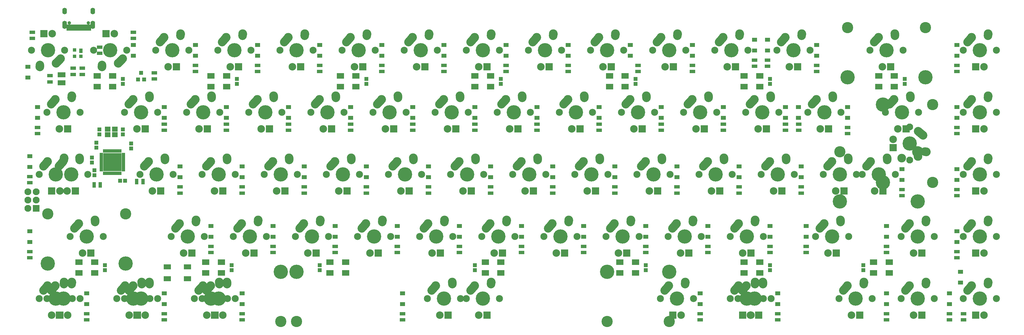
<source format=gbs>
G04 #@! TF.GenerationSoftware,KiCad,Pcbnew,(5.1.5)-3*
G04 #@! TF.CreationDate,2020-06-04T02:19:38-07:00*
G04 #@! TF.ProjectId,Voyager60,566f7961-6765-4723-9630-2e6b69636164,rev?*
G04 #@! TF.SameCoordinates,Original*
G04 #@! TF.FileFunction,Soldermask,Bot*
G04 #@! TF.FilePolarity,Negative*
%FSLAX46Y46*%
G04 Gerber Fmt 4.6, Leading zero omitted, Abs format (unit mm)*
G04 Created by KiCad (PCBNEW (5.1.5)-3) date 2020-06-04 02:19:38*
%MOMM*%
%LPD*%
G04 APERTURE LIST*
%ADD10C,2.150000*%
%ADD11R,2.305000X2.305000*%
%ADD12C,2.305000*%
%ADD13C,2.650000*%
%ADD14C,4.387800*%
%ADD15C,2.650000*%
%ADD16R,1.800000X1.600000*%
%ADD17R,1.700000X1.100000*%
%ADD18R,1.100000X1.700000*%
%ADD19R,1.600000X1.300000*%
%ADD20R,1.150000X1.200000*%
%ADD21R,1.200000X1.150000*%
%ADD22C,3.448000*%
%ADD23R,1.000000X1.850000*%
%ADD24R,0.700000X1.850000*%
%ADD25C,1.050000*%
%ADD26O,1.400000X2.500000*%
%ADD27O,1.400000X2.000000*%
%ADD28C,2.101800*%
%ADD29C,2.100000*%
%ADD30R,2.100000X2.100000*%
%ADD31R,2.430000X1.540000*%
%ADD32R,1.200000X1.300000*%
%ADD33R,1.100000X1.000000*%
%ADD34R,1.100000X1.400000*%
%ADD35R,1.687500X1.687500*%
%ADD36R,0.650000X1.100000*%
%ADD37R,1.100000X0.650000*%
%ADD38R,2.200000X1.500000*%
%ADD39R,2.200000X1.800000*%
G04 APERTURE END LIST*
D10*
X322580000Y-50800000D03*
X312420000Y-50800000D03*
D11*
X316230000Y-55880000D03*
D12*
X318770000Y-55880000D03*
D13*
X315000000Y-46800000D03*
D14*
X317500000Y-50800000D03*
D15*
X313690000Y-48260000D02*
X315000002Y-46800000D01*
D13*
X320040000Y-45720000D03*
D15*
X320000000Y-46300000D02*
X320040000Y-45720000D01*
D10*
X322580000Y-107950000D03*
X312420000Y-107950000D03*
D11*
X316230000Y-113030000D03*
D12*
X318770000Y-113030000D03*
D13*
X315000000Y-103950000D03*
D14*
X317500000Y-107950000D03*
D15*
X313690000Y-105410000D02*
X315000002Y-103950000D01*
D13*
X320040000Y-102870000D03*
D15*
X320000000Y-103450000D02*
X320040000Y-102870000D01*
D10*
X322580000Y-88900000D03*
X312420000Y-88900000D03*
D11*
X316230000Y-93980000D03*
D12*
X318770000Y-93980000D03*
D13*
X315000000Y-84900000D03*
D14*
X317500000Y-88900000D03*
D15*
X313690000Y-86360000D02*
X315000002Y-84900000D01*
D13*
X320040000Y-83820000D03*
D15*
X320000000Y-84400000D02*
X320040000Y-83820000D01*
D10*
X322580000Y-69850000D03*
X312420000Y-69850000D03*
D11*
X316230000Y-74930000D03*
D12*
X318770000Y-74930000D03*
D13*
X315000000Y-65850000D03*
D14*
X317500000Y-69850000D03*
D15*
X313690000Y-67310000D02*
X315000002Y-65850000D01*
D13*
X320040000Y-64770000D03*
D15*
X320000000Y-65350000D02*
X320040000Y-64770000D01*
D10*
X322580000Y-31750000D03*
X312420000Y-31750000D03*
D11*
X316230000Y-36830000D03*
D12*
X318770000Y-36830000D03*
D13*
X315000000Y-27750000D03*
D14*
X317500000Y-31750000D03*
D15*
X313690000Y-29210000D02*
X315000002Y-27750000D01*
D13*
X320040000Y-26670000D03*
D15*
X320000000Y-27250000D02*
X320040000Y-26670000D01*
D16*
X52281000Y-55919000D03*
X50081000Y-55919000D03*
X50081000Y-57619000D03*
X52281000Y-57619000D03*
D17*
X312550000Y-114470000D03*
X312550000Y-112570000D03*
X47625000Y-32700000D03*
X47625000Y-30800000D03*
X32385000Y-41431250D03*
X32385000Y-39531250D03*
X91281250Y-114456250D03*
X91281250Y-112556250D03*
D18*
X60894000Y-72009000D03*
X58994000Y-72009000D03*
X47781250Y-73025000D03*
X45881250Y-73025000D03*
D17*
X64389000Y-40574000D03*
X64389000Y-38674000D03*
X42291000Y-39177000D03*
X42291000Y-37277000D03*
X39497000Y-39177000D03*
X39497000Y-37277000D03*
X310492500Y-95406250D03*
X310492500Y-93506250D03*
X308212500Y-114456250D03*
X308212500Y-112556250D03*
X255587500Y-114456250D03*
X255587500Y-112556250D03*
X231775000Y-114456250D03*
X231775000Y-112556250D03*
X310492500Y-76356250D03*
X310492500Y-74456250D03*
X140493750Y-114456250D03*
X140493750Y-112556250D03*
X67468750Y-114456250D03*
X67468750Y-112556250D03*
X43656250Y-114456250D03*
X43656250Y-112556250D03*
X310492500Y-57306250D03*
X310492500Y-55406250D03*
X288925000Y-93818750D03*
X288925000Y-91918750D03*
X264318750Y-93818750D03*
X264318750Y-91918750D03*
X253206250Y-93818750D03*
X253206250Y-91918750D03*
X234156250Y-93818750D03*
X234156250Y-91918750D03*
X215106250Y-93818750D03*
X215106250Y-91918750D03*
X196056250Y-93818750D03*
X196056250Y-91918750D03*
X177006250Y-93818750D03*
X177006250Y-91918750D03*
X157956250Y-93818750D03*
X157956250Y-91918750D03*
X138906250Y-93818750D03*
X138906250Y-91918750D03*
X119856250Y-93818750D03*
X119856250Y-91918750D03*
X100806250Y-93818750D03*
X100806250Y-91918750D03*
X81756250Y-93818750D03*
X81756250Y-91918750D03*
X26193750Y-95406250D03*
X26193750Y-93506250D03*
X293687500Y-74456250D03*
X293687500Y-76356250D03*
X262731250Y-75562500D03*
X262731250Y-73662500D03*
X243681250Y-75562500D03*
X243681250Y-73662500D03*
X224631250Y-75562500D03*
X224631250Y-73662500D03*
X205581250Y-75562500D03*
X205581250Y-73662500D03*
X186531250Y-75562500D03*
X186531250Y-73662500D03*
X167481250Y-75562500D03*
X167481250Y-73662500D03*
X148431250Y-73662500D03*
X148431250Y-75562500D03*
X129381250Y-75562500D03*
X129381250Y-73662500D03*
X110331250Y-75562500D03*
X110331250Y-73662500D03*
X91281250Y-75562500D03*
X91281250Y-73662500D03*
X72231250Y-75562500D03*
X72231250Y-73662500D03*
X26193750Y-72387500D03*
X26193750Y-70487500D03*
X288900000Y-114456250D03*
X288900000Y-112556250D03*
X277018750Y-57306250D03*
X277018750Y-55406250D03*
X261968750Y-56306250D03*
X261968750Y-54406250D03*
X257968750Y-56306250D03*
X257968750Y-54406250D03*
X238918750Y-56306250D03*
X238918750Y-54406250D03*
X219868750Y-56306250D03*
X219868750Y-54406250D03*
X200818750Y-56306250D03*
X200818750Y-54406250D03*
X181768750Y-56306250D03*
X181768750Y-54406250D03*
X162718750Y-56306250D03*
X162718750Y-54406250D03*
X143668750Y-56306250D03*
X143668750Y-54406250D03*
X124618750Y-56306250D03*
X124618750Y-54406250D03*
X105568750Y-56306250D03*
X105568750Y-54406250D03*
X86518750Y-56306250D03*
X86518750Y-54406250D03*
X67468750Y-56306250D03*
X67468750Y-54406250D03*
X28575000Y-55406250D03*
X28575000Y-57306250D03*
X310492500Y-38256250D03*
X310492500Y-36356250D03*
X267493750Y-38256250D03*
X267493750Y-36356250D03*
X252412500Y-36668750D03*
X252412500Y-34768750D03*
X248443750Y-36668750D03*
X248443750Y-34768750D03*
X229393750Y-38256250D03*
X229393750Y-36356250D03*
X212725000Y-38256250D03*
X212725000Y-36356250D03*
X191293750Y-38256250D03*
X191293750Y-36356250D03*
X172243750Y-38256250D03*
X172243750Y-36356250D03*
X153193750Y-38256250D03*
X153193750Y-36356250D03*
X134143750Y-38256250D03*
X134143750Y-36356250D03*
X115093750Y-38256250D03*
X115093750Y-36356250D03*
X96043750Y-38256250D03*
X96043750Y-36356250D03*
X76993750Y-38256250D03*
X76993750Y-36356250D03*
X57974000Y-26228000D03*
X57974000Y-28128000D03*
X26924000Y-26228000D03*
X26924000Y-28128000D03*
D19*
X311630000Y-103050000D03*
X311630000Y-99750000D03*
X91281250Y-109600000D03*
X91281250Y-106300000D03*
X310492500Y-90556250D03*
X310492500Y-87256250D03*
X308212500Y-109600000D03*
X308212500Y-106300000D03*
X255587500Y-109600000D03*
X255587500Y-106300000D03*
X231775000Y-109600000D03*
X231775000Y-106300000D03*
X310492500Y-71506250D03*
X310492500Y-68206250D03*
X140493750Y-109600000D03*
X140493750Y-106300000D03*
X67468750Y-109600000D03*
X67468750Y-106300000D03*
X43656250Y-109600000D03*
X43656250Y-106300000D03*
X310492500Y-52456250D03*
X310492500Y-49156250D03*
X288925000Y-88962500D03*
X288925000Y-85662500D03*
X264318750Y-88962500D03*
X264318750Y-85662500D03*
X253206250Y-88962500D03*
X253206250Y-85662500D03*
X234156250Y-88962500D03*
X234156250Y-85662500D03*
X215106250Y-88962500D03*
X215106250Y-85662500D03*
X196056250Y-88962500D03*
X196056250Y-85662500D03*
X177006250Y-88962500D03*
X177006250Y-85662500D03*
X157956250Y-88962500D03*
X157956250Y-85662500D03*
X138906250Y-88962500D03*
X138906250Y-85662500D03*
X119856250Y-88962500D03*
X119856250Y-85662500D03*
X100806250Y-88962500D03*
X100806250Y-85662500D03*
X81756250Y-88962500D03*
X81756250Y-85662500D03*
X26193750Y-90550000D03*
X26193750Y-87250000D03*
X293687500Y-71500000D03*
X293687500Y-68200000D03*
X262731250Y-70706250D03*
X262731250Y-67406250D03*
X243681250Y-70706250D03*
X243681250Y-67406250D03*
X224631250Y-70706250D03*
X224631250Y-67406250D03*
X205581250Y-70706250D03*
X205581250Y-67406250D03*
X186531250Y-70706250D03*
X186531250Y-67406250D03*
X167481250Y-70706250D03*
X167481250Y-67406250D03*
X148431250Y-67406250D03*
X148431250Y-70706250D03*
X129381250Y-70706250D03*
X129381250Y-67406250D03*
X110331250Y-70706250D03*
X110331250Y-67406250D03*
X91281250Y-70706250D03*
X91281250Y-67406250D03*
X72231250Y-70706250D03*
X72231250Y-67406250D03*
X26193750Y-64231250D03*
X26193750Y-67531250D03*
X288900000Y-109600000D03*
X288900000Y-106300000D03*
X277018750Y-52450000D03*
X277018750Y-49150000D03*
X261937500Y-52450000D03*
X261937500Y-49150000D03*
X257968750Y-52450000D03*
X257968750Y-49150000D03*
X238918750Y-52450000D03*
X238918750Y-49150000D03*
X219868750Y-52450000D03*
X219868750Y-49150000D03*
X200818750Y-52450000D03*
X200818750Y-49150000D03*
X181768750Y-52450000D03*
X181768750Y-49150000D03*
X162718750Y-52450000D03*
X162718750Y-49150000D03*
X143668750Y-52450000D03*
X143668750Y-49150000D03*
X124618750Y-52450000D03*
X124618750Y-49150000D03*
X105568750Y-52450000D03*
X105568750Y-49150000D03*
X86518750Y-52450000D03*
X86518750Y-49150000D03*
X67468750Y-52450000D03*
X67468750Y-49150000D03*
X28575000Y-52450000D03*
X28575000Y-49150000D03*
X310492500Y-33406250D03*
X310492500Y-30106250D03*
X267493750Y-33400000D03*
X267493750Y-30100000D03*
X252412500Y-31812500D03*
X252412500Y-28512500D03*
X248443750Y-31812500D03*
X248443750Y-28512500D03*
X229393750Y-33400000D03*
X229393750Y-30100000D03*
X210343750Y-33400000D03*
X210343750Y-30100000D03*
X191293750Y-33400000D03*
X191293750Y-30100000D03*
X172243750Y-33400000D03*
X172243750Y-30100000D03*
X153193750Y-33400000D03*
X153193750Y-30100000D03*
X134143750Y-33400000D03*
X134143750Y-30100000D03*
X115093750Y-33400000D03*
X115093750Y-30100000D03*
X96043750Y-33400000D03*
X96043750Y-30100000D03*
X76993750Y-33400000D03*
X76993750Y-30100000D03*
X57943750Y-33400000D03*
X57943750Y-30100000D03*
X25610000Y-40130000D03*
X25610000Y-36830000D03*
D20*
X49212500Y-97675000D03*
X49212500Y-99175000D03*
X88106250Y-97675000D03*
X88106250Y-99175000D03*
X115093750Y-97675000D03*
X115093750Y-99175000D03*
X162718750Y-97675000D03*
X162718750Y-99175000D03*
X215106250Y-97675000D03*
X215106250Y-99175000D03*
X253206250Y-97675000D03*
X253206250Y-99175000D03*
X281781250Y-97675000D03*
X281781250Y-99175000D03*
X294481250Y-40525000D03*
X294481250Y-42025000D03*
X253206250Y-40525000D03*
X253206250Y-42025000D03*
X211931250Y-40525000D03*
X211931250Y-42025000D03*
X170656250Y-40525000D03*
X170656250Y-42025000D03*
X129381250Y-40525000D03*
X129381250Y-42025000D03*
X89693750Y-40525000D03*
X89693750Y-42025000D03*
X47498000Y-57519000D03*
X47498000Y-56019000D03*
X54737000Y-56019000D03*
X54737000Y-57519000D03*
X45212000Y-66155000D03*
X45212000Y-64655000D03*
D21*
X55423500Y-71786750D03*
X53923500Y-71786750D03*
D20*
X46609000Y-61583000D03*
X46609000Y-60083000D03*
X57277000Y-61837000D03*
X57277000Y-60337000D03*
X45974000Y-68592000D03*
X45974000Y-70092000D03*
X54768750Y-40525000D03*
X54768750Y-42025000D03*
D14*
X222250000Y-99695000D03*
X107950000Y-99695000D03*
D22*
X222250000Y-114935000D03*
X107950000Y-114935000D03*
D10*
X170180000Y-107950000D03*
X160020000Y-107950000D03*
D11*
X166370000Y-113030000D03*
D12*
X163830000Y-113030000D03*
D13*
X162600000Y-103950000D03*
D14*
X165100000Y-107950000D03*
D15*
X161290000Y-105410000D02*
X162600002Y-103950000D01*
D13*
X167640000Y-102870000D03*
D15*
X167600000Y-103450000D02*
X167640000Y-102870000D01*
D10*
X260667500Y-69850000D03*
X250507500Y-69850000D03*
D11*
X256857500Y-74930000D03*
D12*
X254317500Y-74930000D03*
D13*
X253087500Y-65850000D03*
D14*
X255587500Y-69850000D03*
D15*
X251777500Y-67310000D02*
X253087502Y-65850000D01*
D13*
X258127500Y-64770000D03*
D15*
X258087500Y-65350000D02*
X258127500Y-64770000D01*
D23*
X44442600Y-24822500D03*
X37992600Y-24822500D03*
X43667600Y-24822500D03*
X38767600Y-24822500D03*
D24*
X39467600Y-24822500D03*
X42967600Y-24822500D03*
X39967600Y-24822500D03*
X42467600Y-24822500D03*
X40467600Y-24822500D03*
X41967600Y-24822500D03*
X41467600Y-24822500D03*
X40967600Y-24822500D03*
D25*
X44107600Y-23377500D03*
X38327600Y-23377500D03*
D26*
X36897600Y-23907500D03*
X45537600Y-23907500D03*
D27*
X36897600Y-19727500D03*
X45537600Y-19727500D03*
D15*
X62825000Y-46300000D02*
X62865000Y-45720000D01*
D13*
X62865000Y-45720000D03*
D15*
X56515000Y-48260000D02*
X57825002Y-46800000D01*
D14*
X60325000Y-50800000D03*
D13*
X57825000Y-46800000D03*
D12*
X59055000Y-55880000D03*
D11*
X61595000Y-55880000D03*
D10*
X55245000Y-50800000D03*
X65405000Y-50800000D03*
D14*
X287813750Y-48387000D03*
X287813750Y-72263000D03*
D22*
X303053750Y-48387000D03*
X303053750Y-72263000D03*
D13*
X293568750Y-64825000D03*
X298568750Y-64325000D03*
D28*
X296068750Y-65405000D03*
X296068750Y-55245000D03*
D12*
X290988750Y-59055000D03*
D11*
X290988750Y-61595000D03*
D13*
X300068750Y-57825000D03*
D14*
X296068750Y-60325000D03*
D15*
X298608750Y-56515000D02*
X300068758Y-57824990D01*
D13*
X301148750Y-62865000D03*
D15*
X300568750Y-62825000D02*
X301148750Y-62864998D01*
X300950000Y-103450000D02*
X300990000Y-102870000D01*
D13*
X300990000Y-102870000D03*
D15*
X294640000Y-105410000D02*
X295950002Y-103950000D01*
D14*
X298450000Y-107950000D03*
D13*
X295950000Y-103950000D03*
D12*
X297180000Y-113030000D03*
D11*
X299720000Y-113030000D03*
D10*
X293370000Y-107950000D03*
X303530000Y-107950000D03*
D15*
X281900000Y-103450000D02*
X281940000Y-102870000D01*
D13*
X281940000Y-102870000D03*
D15*
X275590000Y-105410000D02*
X276900002Y-103950000D01*
D14*
X279400000Y-107950000D03*
D13*
X276900000Y-103950000D03*
D12*
X278130000Y-113030000D03*
D11*
X280670000Y-113030000D03*
D10*
X274320000Y-107950000D03*
X284480000Y-107950000D03*
D15*
X300950000Y-84400000D02*
X300990000Y-83820000D01*
D13*
X300990000Y-83820000D03*
D15*
X294640000Y-86360000D02*
X295950002Y-84900000D01*
D14*
X298450000Y-88900000D03*
D13*
X295950000Y-84900000D03*
D12*
X297180000Y-93980000D03*
D11*
X299720000Y-93980000D03*
D10*
X293370000Y-88900000D03*
X303530000Y-88900000D03*
D29*
X25580000Y-75160000D03*
X28120000Y-75160000D03*
X25580000Y-77700000D03*
X28120000Y-77700000D03*
X25580000Y-80240000D03*
D30*
X28120000Y-80240000D03*
D14*
X300863000Y-40005000D03*
X276987000Y-40005000D03*
D22*
X300863000Y-24765000D03*
X276987000Y-24765000D03*
D10*
X294005000Y-31750000D03*
X283845000Y-31750000D03*
D11*
X290195000Y-36830000D03*
D12*
X287655000Y-36830000D03*
D13*
X286425000Y-27750000D03*
D14*
X288925000Y-31750000D03*
D15*
X285115000Y-29210000D02*
X286425002Y-27750000D01*
D13*
X291465000Y-26670000D03*
D15*
X291425000Y-27250000D02*
X291465000Y-26670000D01*
D14*
X203193650Y-99695000D03*
X103193850Y-99695000D03*
D22*
X203193650Y-114935000D03*
X103193850Y-114935000D03*
D10*
X158273750Y-107950000D03*
X148113750Y-107950000D03*
D11*
X154463750Y-113030000D03*
D12*
X151923750Y-113030000D03*
D13*
X150693750Y-103950000D03*
D14*
X153193750Y-107950000D03*
D15*
X149383750Y-105410000D02*
X150693752Y-103950000D01*
D13*
X155733750Y-102870000D03*
D15*
X155693750Y-103450000D02*
X155733750Y-102870000D01*
D31*
X35941000Y-39281250D03*
X35941000Y-41681250D03*
D32*
X60325000Y-38687500D03*
X59375000Y-40687500D03*
X61275000Y-40687500D03*
D33*
X39894000Y-33589000D03*
X41894000Y-33589000D03*
X39894000Y-31689000D03*
D34*
X41894000Y-31889000D03*
D35*
X49573559Y-67995403D03*
X49573559Y-66707903D03*
X49573559Y-65420403D03*
X49573559Y-64132903D03*
X50861059Y-67995403D03*
X50861059Y-66707903D03*
X50861059Y-65420403D03*
X50861059Y-64132903D03*
X52148559Y-67995403D03*
X52148559Y-66707903D03*
X52148559Y-65420403D03*
X52148559Y-64132903D03*
X53436059Y-67995403D03*
X53436059Y-66707903D03*
X53436059Y-65420403D03*
X53436059Y-64132903D03*
D36*
X49004809Y-69464153D03*
X49504809Y-69464153D03*
X50004809Y-69464153D03*
X50504809Y-69464153D03*
X51004809Y-69464153D03*
X51504809Y-69464153D03*
X52004809Y-69464153D03*
X52504809Y-69464153D03*
X53004809Y-69464153D03*
X53504809Y-69464153D03*
X54004809Y-69464153D03*
D37*
X54904809Y-68564153D03*
X54904809Y-68064153D03*
X54904809Y-67564153D03*
X54904809Y-67064153D03*
X54904809Y-66564153D03*
X54904809Y-66064153D03*
X54904809Y-65564153D03*
X54904809Y-65064153D03*
X54904809Y-64564153D03*
X54904809Y-64064153D03*
X54904809Y-63564153D03*
D36*
X54004809Y-62664153D03*
X53504809Y-62664153D03*
X53004809Y-62664153D03*
X52504809Y-62664153D03*
X52004809Y-62664153D03*
X51504809Y-62664153D03*
X51004809Y-62664153D03*
X50504809Y-62664153D03*
X50004809Y-62664153D03*
X49504809Y-62664153D03*
X49004809Y-62664153D03*
D37*
X48104809Y-63564153D03*
X48104809Y-64064153D03*
X48104809Y-64564153D03*
X48104809Y-65064153D03*
X48104809Y-65564153D03*
X48104809Y-66064153D03*
X48104809Y-66564153D03*
X48104809Y-67064153D03*
X48104809Y-67564153D03*
X48104809Y-68064153D03*
X48104809Y-68564153D03*
D38*
X68337500Y-98162500D03*
X74537500Y-101862500D03*
X68337500Y-101862500D03*
X74537500Y-98162500D03*
D10*
X213042500Y-88900000D03*
X202882500Y-88900000D03*
D11*
X209232500Y-93980000D03*
D12*
X206692500Y-93980000D03*
D13*
X205462500Y-84900000D03*
D14*
X207962500Y-88900000D03*
D15*
X204152500Y-86360000D02*
X205462502Y-84900000D01*
D13*
X210502500Y-83820000D03*
D15*
X210462500Y-84400000D02*
X210502500Y-83820000D01*
D10*
X232092500Y-88900000D03*
X221932500Y-88900000D03*
D11*
X228282500Y-93980000D03*
D12*
X225742500Y-93980000D03*
D13*
X224512500Y-84900000D03*
D14*
X227012500Y-88900000D03*
D15*
X223202500Y-86360000D02*
X224512502Y-84900000D01*
D13*
X229552500Y-83820000D03*
D15*
X229512500Y-84400000D02*
X229552500Y-83820000D01*
X48300000Y-36250000D02*
X48260000Y-36830000D01*
D13*
X48260000Y-36830000D03*
D15*
X54610000Y-34290000D02*
X53299998Y-35750000D01*
D14*
X50800000Y-31750000D03*
D13*
X53300000Y-35750000D03*
D12*
X52070000Y-26670000D03*
D11*
X49530000Y-26670000D03*
D10*
X55880000Y-31750000D03*
X45720000Y-31750000D03*
D15*
X72350000Y-27250000D02*
X72390000Y-26670000D01*
D13*
X72390000Y-26670000D03*
D15*
X66040000Y-29210000D02*
X67350002Y-27750000D01*
D14*
X69850000Y-31750000D03*
D13*
X67350000Y-27750000D03*
D12*
X68580000Y-36830000D03*
D11*
X71120000Y-36830000D03*
D10*
X64770000Y-31750000D03*
X74930000Y-31750000D03*
D15*
X91400000Y-27250000D02*
X91440000Y-26670000D01*
D13*
X91440000Y-26670000D03*
D15*
X85090000Y-29210000D02*
X86400002Y-27750000D01*
D14*
X88900000Y-31750000D03*
D13*
X86400000Y-27750000D03*
D12*
X87630000Y-36830000D03*
D11*
X90170000Y-36830000D03*
D10*
X83820000Y-31750000D03*
X93980000Y-31750000D03*
D15*
X110450000Y-27250000D02*
X110490000Y-26670000D01*
D13*
X110490000Y-26670000D03*
D15*
X104140000Y-29210000D02*
X105450002Y-27750000D01*
D14*
X107950000Y-31750000D03*
D13*
X105450000Y-27750000D03*
D12*
X106680000Y-36830000D03*
D11*
X109220000Y-36830000D03*
D10*
X102870000Y-31750000D03*
X113030000Y-31750000D03*
D15*
X129500000Y-27250000D02*
X129540000Y-26670000D01*
D13*
X129540000Y-26670000D03*
D15*
X123190000Y-29210000D02*
X124500002Y-27750000D01*
D14*
X127000000Y-31750000D03*
D13*
X124500000Y-27750000D03*
D12*
X125730000Y-36830000D03*
D11*
X128270000Y-36830000D03*
D10*
X121920000Y-31750000D03*
X132080000Y-31750000D03*
D15*
X148550000Y-27250000D02*
X148590000Y-26670000D01*
D13*
X148590000Y-26670000D03*
D15*
X142240000Y-29210000D02*
X143550002Y-27750000D01*
D14*
X146050000Y-31750000D03*
D13*
X143550000Y-27750000D03*
D12*
X144780000Y-36830000D03*
D11*
X147320000Y-36830000D03*
D10*
X140970000Y-31750000D03*
X151130000Y-31750000D03*
D15*
X167600000Y-27250000D02*
X167640000Y-26670000D01*
D13*
X167640000Y-26670000D03*
D15*
X161290000Y-29210000D02*
X162600002Y-27750000D01*
D14*
X165100000Y-31750000D03*
D13*
X162600000Y-27750000D03*
D12*
X163830000Y-36830000D03*
D11*
X166370000Y-36830000D03*
D10*
X160020000Y-31750000D03*
X170180000Y-31750000D03*
X189230000Y-31750000D03*
X179070000Y-31750000D03*
D11*
X185420000Y-36830000D03*
D12*
X182880000Y-36830000D03*
D13*
X181650000Y-27750000D03*
D14*
X184150000Y-31750000D03*
D15*
X180340000Y-29210000D02*
X181650002Y-27750000D01*
D13*
X186690000Y-26670000D03*
D15*
X186650000Y-27250000D02*
X186690000Y-26670000D01*
X205700000Y-27250000D02*
X205740000Y-26670000D01*
D13*
X205740000Y-26670000D03*
D15*
X199390000Y-29210000D02*
X200700002Y-27750000D01*
D14*
X203200000Y-31750000D03*
D13*
X200700000Y-27750000D03*
D12*
X201930000Y-36830000D03*
D11*
X204470000Y-36830000D03*
D10*
X198120000Y-31750000D03*
X208280000Y-31750000D03*
X227330000Y-31750000D03*
X217170000Y-31750000D03*
D11*
X223520000Y-36830000D03*
D12*
X220980000Y-36830000D03*
D13*
X219750000Y-27750000D03*
D14*
X222250000Y-31750000D03*
D15*
X218440000Y-29210000D02*
X219750002Y-27750000D01*
D13*
X224790000Y-26670000D03*
D15*
X224750000Y-27250000D02*
X224790000Y-26670000D01*
D10*
X246380000Y-31750000D03*
X236220000Y-31750000D03*
D11*
X242570000Y-36830000D03*
D12*
X240030000Y-36830000D03*
D13*
X238800000Y-27750000D03*
D14*
X241300000Y-31750000D03*
D15*
X237490000Y-29210000D02*
X238800002Y-27750000D01*
D13*
X243840000Y-26670000D03*
D15*
X243800000Y-27250000D02*
X243840000Y-26670000D01*
D10*
X251142500Y-88900000D03*
X240982500Y-88900000D03*
D11*
X247332500Y-93980000D03*
D12*
X244792500Y-93980000D03*
D13*
X243562500Y-84900000D03*
D14*
X246062500Y-88900000D03*
D15*
X242252500Y-86360000D02*
X243562502Y-84900000D01*
D13*
X248602500Y-83820000D03*
D15*
X248562500Y-84400000D02*
X248602500Y-83820000D01*
D10*
X241617500Y-69850000D03*
X231457500Y-69850000D03*
D11*
X237807500Y-74930000D03*
D12*
X235267500Y-74930000D03*
D13*
X234037500Y-65850000D03*
D14*
X236537500Y-69850000D03*
D15*
X232727500Y-67310000D02*
X234037502Y-65850000D01*
D13*
X239077500Y-64770000D03*
D15*
X239037500Y-65350000D02*
X239077500Y-64770000D01*
D10*
X265430000Y-31750000D03*
X255270000Y-31750000D03*
D11*
X261620000Y-36830000D03*
D12*
X259080000Y-36830000D03*
D13*
X257850000Y-27750000D03*
D14*
X260350000Y-31750000D03*
D15*
X256540000Y-29210000D02*
X257850002Y-27750000D01*
D13*
X262890000Y-26670000D03*
D15*
X262850000Y-27250000D02*
X262890000Y-26670000D01*
D10*
X255905000Y-50800000D03*
X245745000Y-50800000D03*
D11*
X252095000Y-55880000D03*
D12*
X249555000Y-55880000D03*
D13*
X248325000Y-46800000D03*
D14*
X250825000Y-50800000D03*
D15*
X247015000Y-48260000D02*
X248325002Y-46800000D01*
D13*
X253365000Y-45720000D03*
D15*
X253325000Y-46300000D02*
X253365000Y-45720000D01*
X296187500Y-46300000D02*
X296227500Y-45720000D01*
D13*
X296227500Y-45720000D03*
D15*
X289877500Y-48260000D02*
X291187502Y-46800000D01*
D14*
X293687500Y-50800000D03*
D13*
X291187500Y-46800000D03*
D12*
X292417500Y-55880000D03*
D11*
X294957500Y-55880000D03*
D10*
X288607500Y-50800000D03*
X298767500Y-50800000D03*
D15*
X277137500Y-65350000D02*
X277177500Y-64770000D01*
D13*
X277177500Y-64770000D03*
D15*
X270827500Y-67310000D02*
X272137502Y-65850000D01*
D14*
X274637500Y-69850000D03*
D13*
X272137500Y-65850000D03*
D12*
X273367500Y-74930000D03*
D11*
X275907500Y-74930000D03*
D10*
X269557500Y-69850000D03*
X279717500Y-69850000D03*
X274955000Y-50800000D03*
X264795000Y-50800000D03*
D11*
X271145000Y-55880000D03*
D12*
X268605000Y-55880000D03*
D13*
X267375000Y-46800000D03*
D14*
X269875000Y-50800000D03*
D15*
X266065000Y-48260000D02*
X267375002Y-46800000D01*
D13*
X272415000Y-45720000D03*
D15*
X272375000Y-46300000D02*
X272415000Y-45720000D01*
D10*
X70167500Y-69850000D03*
X60007500Y-69850000D03*
D11*
X66357500Y-74930000D03*
D12*
X63817500Y-74930000D03*
D13*
X62587500Y-65850000D03*
D14*
X65087500Y-69850000D03*
D15*
X61277500Y-67310000D02*
X62587502Y-65850000D01*
D13*
X67627500Y-64770000D03*
D15*
X67587500Y-65350000D02*
X67627500Y-64770000D01*
X84256250Y-103450000D02*
X84296250Y-102870000D01*
D13*
X84296250Y-102870000D03*
D15*
X77946250Y-105410000D02*
X79256252Y-103950000D01*
D14*
X81756250Y-107950000D03*
D13*
X79256250Y-103950000D03*
D12*
X80486250Y-113030000D03*
D11*
X83026250Y-113030000D03*
D10*
X76676250Y-107950000D03*
X86836250Y-107950000D03*
X89217500Y-107950000D03*
X79057500Y-107950000D03*
D11*
X82867500Y-113030000D03*
D12*
X85407500Y-113030000D03*
D13*
X81637500Y-103950000D03*
D14*
X84137500Y-107950000D03*
D15*
X80327500Y-105410000D02*
X81637502Y-103950000D01*
D13*
X86677500Y-102870000D03*
D15*
X86637500Y-103450000D02*
X86677500Y-102870000D01*
D10*
X155892500Y-88900000D03*
X145732500Y-88900000D03*
D11*
X152082500Y-93980000D03*
D12*
X149542500Y-93980000D03*
D13*
X148312500Y-84900000D03*
D14*
X150812500Y-88900000D03*
D15*
X147002500Y-86360000D02*
X148312502Y-84900000D01*
D13*
X153352500Y-83820000D03*
D15*
X153312500Y-84400000D02*
X153352500Y-83820000D01*
D10*
X117792500Y-88900000D03*
X107632500Y-88900000D03*
D11*
X113982500Y-93980000D03*
D12*
X111442500Y-93980000D03*
D13*
X110212500Y-84900000D03*
D14*
X112712500Y-88900000D03*
D15*
X108902500Y-86360000D02*
X110212502Y-84900000D01*
D13*
X115252500Y-83820000D03*
D15*
X115212500Y-84400000D02*
X115252500Y-83820000D01*
X41393750Y-65350000D02*
X41433750Y-64770000D01*
D13*
X41433750Y-64770000D03*
D15*
X35083750Y-67310000D02*
X36393752Y-65850000D01*
D14*
X38893750Y-69850000D03*
D13*
X36393750Y-65850000D03*
D12*
X37623750Y-74930000D03*
D11*
X40163750Y-74930000D03*
D10*
X33813750Y-69850000D03*
X43973750Y-69850000D03*
X39211250Y-69850000D03*
X29051250Y-69850000D03*
D11*
X32861250Y-74930000D03*
D12*
X35401250Y-74930000D03*
D13*
X31631250Y-65850000D03*
D14*
X34131250Y-69850000D03*
D15*
X30321250Y-67310000D02*
X31631252Y-65850000D01*
D13*
X36671250Y-64770000D03*
D15*
X36631250Y-65350000D02*
X36671250Y-64770000D01*
X36631250Y-103450000D02*
X36671250Y-102870000D01*
D13*
X36671250Y-102870000D03*
D15*
X30321250Y-105410000D02*
X31631252Y-103950000D01*
D14*
X34131250Y-107950000D03*
D13*
X31631250Y-103950000D03*
D12*
X32861250Y-113030000D03*
D11*
X35401250Y-113030000D03*
D10*
X29051250Y-107950000D03*
X39211250Y-107950000D03*
D15*
X39012500Y-103450000D02*
X39052500Y-102870000D01*
D13*
X39052500Y-102870000D03*
D15*
X32702500Y-105410000D02*
X34012502Y-103950000D01*
D14*
X36512500Y-107950000D03*
D13*
X34012500Y-103950000D03*
D12*
X37782500Y-113030000D03*
D11*
X35242500Y-113030000D03*
D10*
X31432500Y-107950000D03*
X41592500Y-107950000D03*
D15*
X105687500Y-65350000D02*
X105727500Y-64770000D01*
D13*
X105727500Y-64770000D03*
D15*
X99377500Y-67310000D02*
X100687502Y-65850000D01*
D14*
X103187500Y-69850000D03*
D13*
X100687500Y-65850000D03*
D12*
X101917500Y-74930000D03*
D11*
X104457500Y-74930000D03*
D10*
X98107500Y-69850000D03*
X108267500Y-69850000D03*
X103505000Y-50800000D03*
X93345000Y-50800000D03*
D11*
X99695000Y-55880000D03*
D12*
X97155000Y-55880000D03*
D13*
X95925000Y-46800000D03*
D14*
X98425000Y-50800000D03*
D15*
X94615000Y-48260000D02*
X95925002Y-46800000D01*
D13*
X100965000Y-45720000D03*
D15*
X100925000Y-46300000D02*
X100965000Y-45720000D01*
D14*
X298481750Y-78105000D03*
X274605750Y-78105000D03*
D22*
X298481750Y-62865000D03*
X274605750Y-62865000D03*
D10*
X291623750Y-69850000D03*
X281463750Y-69850000D03*
D11*
X287813750Y-74930000D03*
D12*
X285273750Y-74930000D03*
D13*
X284043750Y-65850000D03*
D14*
X286543750Y-69850000D03*
D15*
X282733750Y-67310000D02*
X284043752Y-65850000D01*
D13*
X289083750Y-64770000D03*
D15*
X289043750Y-65350000D02*
X289083750Y-64770000D01*
X29250000Y-36250000D02*
X29210000Y-36830000D01*
D13*
X29210000Y-36830000D03*
D15*
X35560000Y-34290000D02*
X34249998Y-35750000D01*
D14*
X31750000Y-31750000D03*
D13*
X34250000Y-35750000D03*
D12*
X33020000Y-26670000D03*
D11*
X30480000Y-26670000D03*
D10*
X36830000Y-31750000D03*
X26670000Y-31750000D03*
X127317500Y-69850000D03*
X117157500Y-69850000D03*
D11*
X123507500Y-74930000D03*
D12*
X120967500Y-74930000D03*
D13*
X119737500Y-65850000D03*
D14*
X122237500Y-69850000D03*
D15*
X118427500Y-67310000D02*
X119737502Y-65850000D01*
D13*
X124777500Y-64770000D03*
D15*
X124737500Y-65350000D02*
X124777500Y-64770000D01*
X143787500Y-65350000D02*
X143827500Y-64770000D01*
D13*
X143827500Y-64770000D03*
D15*
X137477500Y-67310000D02*
X138787502Y-65850000D01*
D14*
X141287500Y-69850000D03*
D13*
X138787500Y-65850000D03*
D12*
X140017500Y-74930000D03*
D11*
X142557500Y-74930000D03*
D10*
X136207500Y-69850000D03*
X146367500Y-69850000D03*
X165417500Y-69850000D03*
X155257500Y-69850000D03*
D11*
X161607500Y-74930000D03*
D12*
X159067500Y-74930000D03*
D13*
X157837500Y-65850000D03*
D14*
X160337500Y-69850000D03*
D15*
X156527500Y-67310000D02*
X157837502Y-65850000D01*
D13*
X162877500Y-64770000D03*
D15*
X162837500Y-65350000D02*
X162877500Y-64770000D01*
D10*
X198755000Y-50800000D03*
X188595000Y-50800000D03*
D11*
X194945000Y-55880000D03*
D12*
X192405000Y-55880000D03*
D13*
X191175000Y-46800000D03*
D14*
X193675000Y-50800000D03*
D15*
X189865000Y-48260000D02*
X191175002Y-46800000D01*
D13*
X196215000Y-45720000D03*
D15*
X196175000Y-46300000D02*
X196215000Y-45720000D01*
D10*
X184467500Y-69850000D03*
X174307500Y-69850000D03*
D11*
X180657500Y-74930000D03*
D12*
X178117500Y-74930000D03*
D13*
X176887500Y-65850000D03*
D14*
X179387500Y-69850000D03*
D15*
X175577500Y-67310000D02*
X176887502Y-65850000D01*
D13*
X181927500Y-64770000D03*
D15*
X181887500Y-65350000D02*
X181927500Y-64770000D01*
D10*
X203517500Y-69850000D03*
X193357500Y-69850000D03*
D11*
X199707500Y-74930000D03*
D12*
X197167500Y-74930000D03*
D13*
X195937500Y-65850000D03*
D14*
X198437500Y-69850000D03*
D15*
X194627500Y-67310000D02*
X195937502Y-65850000D01*
D13*
X200977500Y-64770000D03*
D15*
X200937500Y-65350000D02*
X200977500Y-64770000D01*
X219987500Y-65350000D02*
X220027500Y-64770000D01*
D13*
X220027500Y-64770000D03*
D15*
X213677500Y-67310000D02*
X214987502Y-65850000D01*
D14*
X217487500Y-69850000D03*
D13*
X214987500Y-65850000D03*
D12*
X216217500Y-74930000D03*
D11*
X218757500Y-74930000D03*
D10*
X212407500Y-69850000D03*
X222567500Y-69850000D03*
D15*
X191412500Y-84400000D02*
X191452500Y-83820000D01*
D13*
X191452500Y-83820000D03*
D15*
X185102500Y-86360000D02*
X186412502Y-84900000D01*
D14*
X188912500Y-88900000D03*
D13*
X186412500Y-84900000D03*
D12*
X187642500Y-93980000D03*
D11*
X190182500Y-93980000D03*
D10*
X183832500Y-88900000D03*
X193992500Y-88900000D03*
D15*
X172362500Y-84400000D02*
X172402500Y-83820000D01*
D13*
X172402500Y-83820000D03*
D15*
X166052500Y-86360000D02*
X167362502Y-84900000D01*
D14*
X169862500Y-88900000D03*
D13*
X167362500Y-84900000D03*
D12*
X168592500Y-93980000D03*
D11*
X171132500Y-93980000D03*
D10*
X164782500Y-88900000D03*
X174942500Y-88900000D03*
X217805000Y-50800000D03*
X207645000Y-50800000D03*
D11*
X213995000Y-55880000D03*
D12*
X211455000Y-55880000D03*
D13*
X210225000Y-46800000D03*
D14*
X212725000Y-50800000D03*
D15*
X208915000Y-48260000D02*
X210225002Y-46800000D01*
D13*
X215265000Y-45720000D03*
D15*
X215225000Y-46300000D02*
X215265000Y-45720000D01*
X234275000Y-46300000D02*
X234315000Y-45720000D01*
D13*
X234315000Y-45720000D03*
D15*
X227965000Y-48260000D02*
X229275002Y-46800000D01*
D14*
X231775000Y-50800000D03*
D13*
X229275000Y-46800000D03*
D12*
X230505000Y-55880000D03*
D11*
X233045000Y-55880000D03*
D10*
X226695000Y-50800000D03*
X236855000Y-50800000D03*
D15*
X119975000Y-46300000D02*
X120015000Y-45720000D01*
D13*
X120015000Y-45720000D03*
D15*
X113665000Y-48260000D02*
X114975002Y-46800000D01*
D14*
X117475000Y-50800000D03*
D13*
X114975000Y-46800000D03*
D12*
X116205000Y-55880000D03*
D11*
X118745000Y-55880000D03*
D10*
X112395000Y-50800000D03*
X122555000Y-50800000D03*
D15*
X227131250Y-103450000D02*
X227171250Y-102870000D01*
D13*
X227171250Y-102870000D03*
D15*
X220821250Y-105410000D02*
X222131252Y-103950000D01*
D14*
X224631250Y-107950000D03*
D13*
X222131250Y-103950000D03*
D12*
X225901250Y-113030000D03*
D11*
X223361250Y-113030000D03*
D10*
X219551250Y-107950000D03*
X229711250Y-107950000D03*
D15*
X248562500Y-103450000D02*
X248602500Y-102870000D01*
D13*
X248602500Y-102870000D03*
D15*
X242252500Y-105410000D02*
X243562502Y-103950000D01*
D14*
X246062500Y-107950000D03*
D13*
X243562500Y-103950000D03*
D12*
X247332500Y-113030000D03*
D11*
X244792500Y-113030000D03*
D10*
X240982500Y-107950000D03*
X251142500Y-107950000D03*
X253523750Y-107950000D03*
X243363750Y-107950000D03*
D11*
X249713750Y-113030000D03*
D12*
X247173750Y-113030000D03*
D13*
X245943750Y-103950000D03*
D14*
X248443750Y-107950000D03*
D15*
X244633750Y-105410000D02*
X245943752Y-103950000D01*
D13*
X250983750Y-102870000D03*
D15*
X250943750Y-103450000D02*
X250983750Y-102870000D01*
X86637500Y-65350000D02*
X86677500Y-64770000D01*
D13*
X86677500Y-64770000D03*
D15*
X80327500Y-67310000D02*
X81637502Y-65850000D01*
D14*
X84137500Y-69850000D03*
D13*
X81637500Y-65850000D03*
D12*
X82867500Y-74930000D03*
D11*
X85407500Y-74930000D03*
D10*
X79057500Y-69850000D03*
X89217500Y-69850000D03*
D15*
X46156250Y-84400000D02*
X46196250Y-83820000D01*
D13*
X46196250Y-83820000D03*
D15*
X39846250Y-86360000D02*
X41156252Y-84900000D01*
D14*
X43656250Y-88900000D03*
D13*
X41156250Y-84900000D03*
D12*
X42386250Y-93980000D03*
D11*
X44926250Y-93980000D03*
D10*
X38576250Y-88900000D03*
X48736250Y-88900000D03*
D22*
X31718250Y-81915000D03*
X55594250Y-81915000D03*
D14*
X31718250Y-97155000D03*
X55594250Y-97155000D03*
D10*
X277336250Y-88900000D03*
X267176250Y-88900000D03*
D11*
X273526250Y-93980000D03*
D12*
X270986250Y-93980000D03*
D13*
X269756250Y-84900000D03*
D14*
X272256250Y-88900000D03*
D15*
X268446250Y-86360000D02*
X269756252Y-84900000D01*
D13*
X274796250Y-83820000D03*
D15*
X274756250Y-84400000D02*
X274796250Y-83820000D01*
D10*
X141605000Y-50800000D03*
X131445000Y-50800000D03*
D11*
X137795000Y-55880000D03*
D12*
X135255000Y-55880000D03*
D13*
X134025000Y-46800000D03*
D14*
X136525000Y-50800000D03*
D15*
X132715000Y-48260000D02*
X134025002Y-46800000D01*
D13*
X139065000Y-45720000D03*
D15*
X139025000Y-46300000D02*
X139065000Y-45720000D01*
D10*
X41592500Y-50800000D03*
X31432500Y-50800000D03*
D11*
X37782500Y-55880000D03*
D12*
X35242500Y-55880000D03*
D13*
X34012500Y-46800000D03*
D14*
X36512500Y-50800000D03*
D15*
X32702500Y-48260000D02*
X34012502Y-46800000D01*
D13*
X39052500Y-45720000D03*
D15*
X39012500Y-46300000D02*
X39052500Y-45720000D01*
D10*
X179705000Y-50800000D03*
X169545000Y-50800000D03*
D11*
X175895000Y-55880000D03*
D12*
X173355000Y-55880000D03*
D13*
X172125000Y-46800000D03*
D14*
X174625000Y-50800000D03*
D15*
X170815000Y-48260000D02*
X172125002Y-46800000D01*
D13*
X177165000Y-45720000D03*
D15*
X177125000Y-46300000D02*
X177165000Y-45720000D01*
X134262500Y-84400000D02*
X134302500Y-83820000D01*
D13*
X134302500Y-83820000D03*
D15*
X127952500Y-86360000D02*
X129262502Y-84900000D01*
D14*
X131762500Y-88900000D03*
D13*
X129262500Y-84900000D03*
D12*
X130492500Y-93980000D03*
D11*
X133032500Y-93980000D03*
D10*
X126682500Y-88900000D03*
X136842500Y-88900000D03*
D15*
X81875000Y-46300000D02*
X81915000Y-45720000D01*
D13*
X81915000Y-45720000D03*
D15*
X75565000Y-48260000D02*
X76875002Y-46800000D01*
D14*
X79375000Y-50800000D03*
D13*
X76875000Y-46800000D03*
D12*
X78105000Y-55880000D03*
D11*
X80645000Y-55880000D03*
D10*
X74295000Y-50800000D03*
X84455000Y-50800000D03*
X63023750Y-107950000D03*
X52863750Y-107950000D03*
D11*
X59213750Y-113030000D03*
D12*
X56673750Y-113030000D03*
D13*
X55443750Y-103950000D03*
D14*
X57943750Y-107950000D03*
D15*
X54133750Y-105410000D02*
X55443752Y-103950000D01*
D13*
X60483750Y-102870000D03*
D15*
X60443750Y-103450000D02*
X60483750Y-102870000D01*
D10*
X65405000Y-107950000D03*
X55245000Y-107950000D03*
D11*
X59055000Y-113030000D03*
D12*
X61595000Y-113030000D03*
D13*
X57825000Y-103950000D03*
D14*
X60325000Y-107950000D03*
D15*
X56515000Y-105410000D02*
X57825002Y-103950000D01*
D13*
X62865000Y-102870000D03*
D15*
X62825000Y-103450000D02*
X62865000Y-102870000D01*
D10*
X98742500Y-88900000D03*
X88582500Y-88900000D03*
D11*
X94932500Y-93980000D03*
D12*
X92392500Y-93980000D03*
D13*
X91162500Y-84900000D03*
D14*
X93662500Y-88900000D03*
D15*
X89852500Y-86360000D02*
X91162502Y-84900000D01*
D13*
X96202500Y-83820000D03*
D15*
X96162500Y-84400000D02*
X96202500Y-83820000D01*
X158075000Y-46300000D02*
X158115000Y-45720000D01*
D13*
X158115000Y-45720000D03*
D15*
X151765000Y-48260000D02*
X153075002Y-46800000D01*
D14*
X155575000Y-50800000D03*
D13*
X153075000Y-46800000D03*
D12*
X154305000Y-55880000D03*
D11*
X156845000Y-55880000D03*
D10*
X150495000Y-50800000D03*
X160655000Y-50800000D03*
X79692500Y-88900000D03*
X69532500Y-88900000D03*
D11*
X75882500Y-93980000D03*
D12*
X73342500Y-93980000D03*
D13*
X72112500Y-84900000D03*
D14*
X74612500Y-88900000D03*
D15*
X70802500Y-86360000D02*
X72112502Y-84900000D01*
D13*
X77152500Y-83820000D03*
D15*
X77112500Y-84400000D02*
X77152500Y-83820000D01*
D39*
X51612500Y-39625000D03*
X51612500Y-42925000D03*
X46812500Y-42925000D03*
X46812500Y-39625000D03*
X284937500Y-96775000D03*
X284937500Y-100075000D03*
X289737500Y-100075000D03*
X289737500Y-96775000D03*
X86537500Y-39625000D03*
X86537500Y-42925000D03*
X81737500Y-42925000D03*
X81737500Y-39625000D03*
X245250000Y-96775000D03*
X245250000Y-100075000D03*
X250050000Y-100075000D03*
X250050000Y-96775000D03*
X126225000Y-39625000D03*
X126225000Y-42925000D03*
X121425000Y-42925000D03*
X121425000Y-39625000D03*
X211950000Y-96775000D03*
X211950000Y-100075000D03*
X207150000Y-100075000D03*
X207150000Y-96775000D03*
X167500000Y-39625000D03*
X167500000Y-42925000D03*
X162700000Y-42925000D03*
X162700000Y-39625000D03*
X165875000Y-96775000D03*
X165875000Y-100075000D03*
X170675000Y-100075000D03*
X170675000Y-96775000D03*
X208775000Y-39625000D03*
X208775000Y-42925000D03*
X203975000Y-42925000D03*
X203975000Y-39625000D03*
X118250000Y-96775000D03*
X118250000Y-100075000D03*
X123050000Y-100075000D03*
X123050000Y-96775000D03*
X250050000Y-39625000D03*
X250050000Y-42925000D03*
X245250000Y-42925000D03*
X245250000Y-39625000D03*
X84950000Y-96775000D03*
X84950000Y-100075000D03*
X80150000Y-100075000D03*
X80150000Y-96775000D03*
X286525000Y-39625000D03*
X286525000Y-42925000D03*
X291325000Y-42925000D03*
X291325000Y-39625000D03*
X46056250Y-96775000D03*
X46056250Y-100075000D03*
X41256250Y-100075000D03*
X41256250Y-96775000D03*
M02*

</source>
